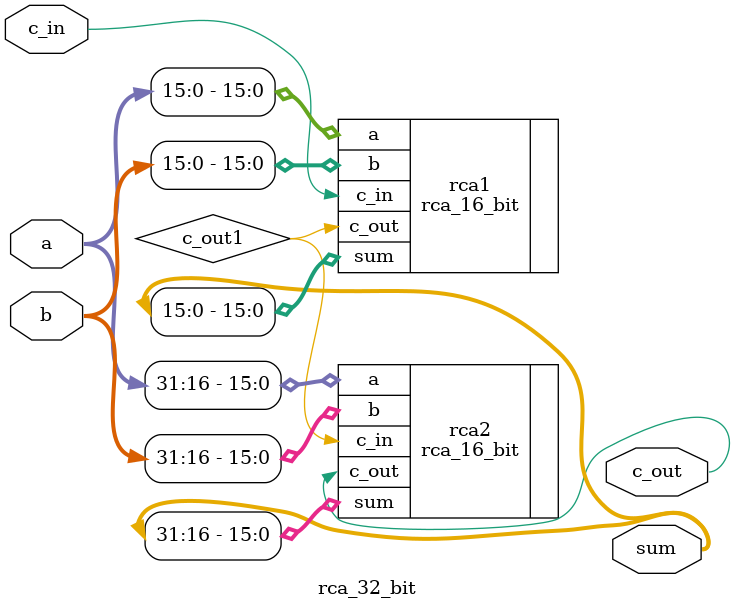
<source format=v>
`timescale 1ns / 1ps


/*
   Assignment No. - 1
   Problem No. - 1
   Semester - 5 (Autumn 2021-22)
   Group No. - 30
   Group Members - Ashutosh Kumar Singh (19CS30008) & Vanshita Garg (19CS10064)
*/

// 32-bit ripple carry adder module
module rca_32_bit(a, b, c_in, sum, c_out);
    /*
      Input and output ports :
      a - first 32-bit input
      b - second 32-bit input
      c_in - the carry-in bit
      sum - the 32-bit output to store the sum
      c_out - the output bit to store the carry-out
    */ 
    input [31:0] a, b;
    input c_in;
    output [31:0] sum;
    output c_out;
    wire c_out1;

    // Cascade 2 16-bit ripple carry adders to create a 32-bit ripple carry adder
    rca_16_bit rca1(.a(a[15:0]), .b(b[15:0]), .c_in(c_in), .sum(sum[15:0]), .c_out(c_out1));
    rca_16_bit rca2(.a(a[31:16]), .b(b[31:16]), .c_in(c_out1), .sum(sum[31:16]), .c_out(c_out));
endmodule

</source>
